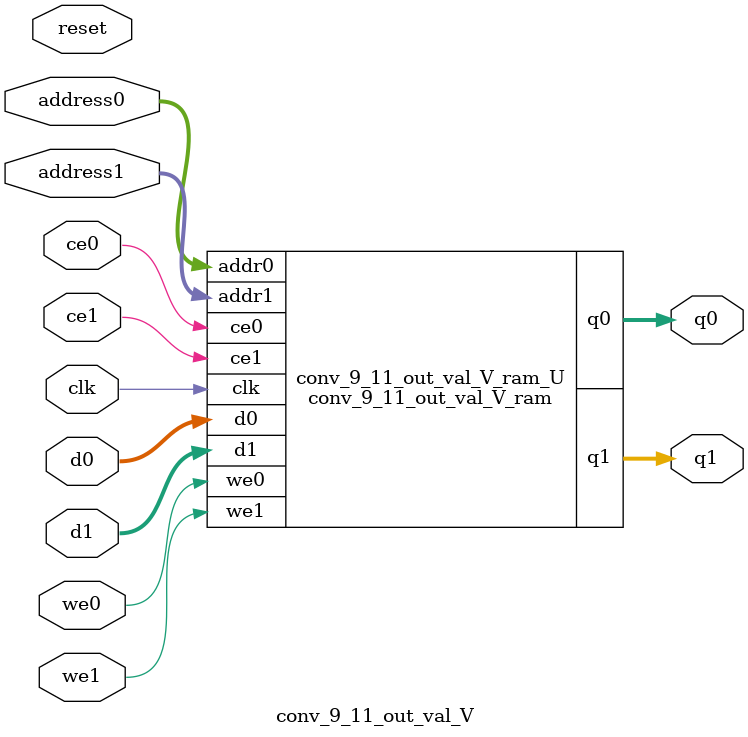
<source format=v>

`timescale 1 ns / 1 ps
module conv_9_11_out_val_V_ram (addr0, ce0, d0, we0, q0, addr1, ce1, d1, we1, q1,  clk);

parameter DWIDTH = 16;
parameter AWIDTH = 4;
parameter MEM_SIZE = 16;

input[AWIDTH-1:0] addr0;
input ce0;
input[DWIDTH-1:0] d0;
input we0;
output reg[DWIDTH-1:0] q0;
input[AWIDTH-1:0] addr1;
input ce1;
input[DWIDTH-1:0] d1;
input we1;
output reg[DWIDTH-1:0] q1;
input clk;

(* ram_style = "block" *)reg [DWIDTH-1:0] ram[0:MEM_SIZE-1];




always @(posedge clk)  
begin 
    if (ce0) 
    begin
        if (we0) 
        begin 
            ram[addr0] <= d0; 
            q0 <= d0;
        end 
        else 
            q0 <= ram[addr0];
    end
end


always @(posedge clk)  
begin 
    if (ce1) 
    begin
        if (we1) 
        begin 
            ram[addr1] <= d1; 
            q1 <= d1;
        end 
        else 
            q1 <= ram[addr1];
    end
end


endmodule


`timescale 1 ns / 1 ps
module conv_9_11_out_val_V(
    reset,
    clk,
    address0,
    ce0,
    we0,
    d0,
    q0,
    address1,
    ce1,
    we1,
    d1,
    q1);

parameter DataWidth = 32'd16;
parameter AddressRange = 32'd16;
parameter AddressWidth = 32'd4;
input reset;
input clk;
input[AddressWidth - 1:0] address0;
input ce0;
input we0;
input[DataWidth - 1:0] d0;
output[DataWidth - 1:0] q0;
input[AddressWidth - 1:0] address1;
input ce1;
input we1;
input[DataWidth - 1:0] d1;
output[DataWidth - 1:0] q1;



conv_9_11_out_val_V_ram conv_9_11_out_val_V_ram_U(
    .clk( clk ),
    .addr0( address0 ),
    .ce0( ce0 ),
    .d0( d0 ),
    .we0( we0 ),
    .q0( q0 ),
    .addr1( address1 ),
    .ce1( ce1 ),
    .d1( d1 ),
    .we1( we1 ),
    .q1( q1 ));

endmodule


</source>
